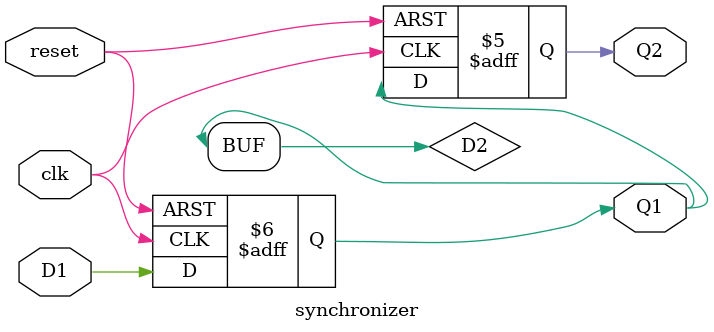
<source format=v>
module synchronizer(
  input wire clk,
  input wire reset,
  input wire D1,
  output reg Q1,
  output reg Q2

    );
  wire D2;
  
  assign D2=Q1;
always @(posedge clk or negedge reset)
begin
      if (reset==0)begin
        Q1 <=0;
      end else
        Q1<=D1;
end
always @(posedge clk or negedge reset)
begin
      if (reset==0)begin
        Q2 <=0;
      end else
       Q2<=D2;
end
endmodule

</source>
